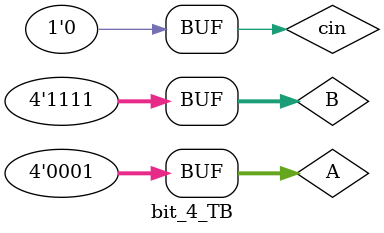
<source format=v>
`timescale 1ns / 1ps


module bit_4_TB;
    // Inputs
    reg[3:0] A;
    reg[3:0] B;
    reg cin;

    // Outputs
    wire[3:0] sum;
    wire cout;

    bit_4 A1(.A(A), .B(B), .cin(cin), 
                .S(sum), .cout(cout));
    
    initial 
        begin
            $monitor ("A = %d, B = %d, cin = %b, sum = %d, cout = %b\n", A, B, cin, sum, cout);

            // Test cases
            // 4-bit unsigned numbers can vary from [0, 15]
            
            A = 4'd5; B = 4'd6; cin = 1'd0;     
            #100;
            A = 4'd3; B = 4'd2; cin = 1'd1;    
            #100;
            A = 4'd5; B = 8'd2; cin = 1'd0;      
            #100;
            A = 4'd0; B = 4'd14; cin = 1'd1;        
            #100;
            A = 4'd1; B = 4'd15; cin = 1'd0;      
        end

endmodule
</source>
